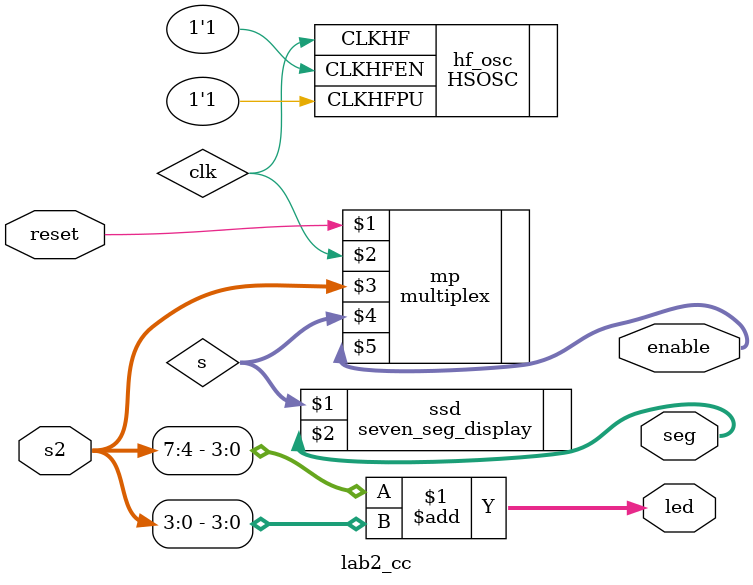
<source format=sv>


module lab2_cc( input logic reset, 
				input	 logic [7:0] s2,
			    output  logic [6:0] seg,
			    output logic [1:0] enable,
				output logic [4:0] led
				 );
   // Defining Internal Variables
   logic clk;
   logic [3:0] s;
  
   // Internal high-speed oscillator
   HSOSC #(.CLKHF_DIV(2'b01)) 
         hf_osc (.CLKHFPU(1'b1), .CLKHFEN(1'b1), .CLKHF(clk));
  
	// Now to call on my multiplex file
	multiplex mp(reset, clk, s2, s, enable);
   
   // Now to call on seven segment display from Lab 1
   seven_seg_display ssd(s, seg);
  
   // Combinational LED logic to add the two display numbers together in binary for the led variable
   assign led[4:0] = s2[7:4] + s2[3:0];

  
endmodule
		
		
</source>
